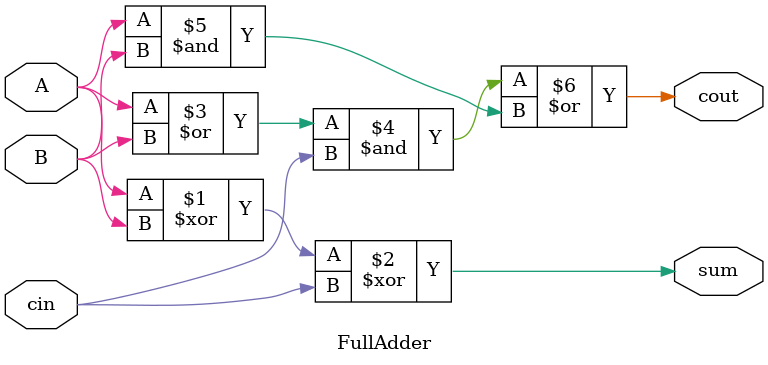
<source format=v>
module FullAdder(A, B, cin, sum, cout);
  input A, B, cin;
  output sum, cout;
  
  assign sum = A^B^cin;
  assign cout = ((A|B)&cin) | (A&B);
  
endmodule
  
</source>
